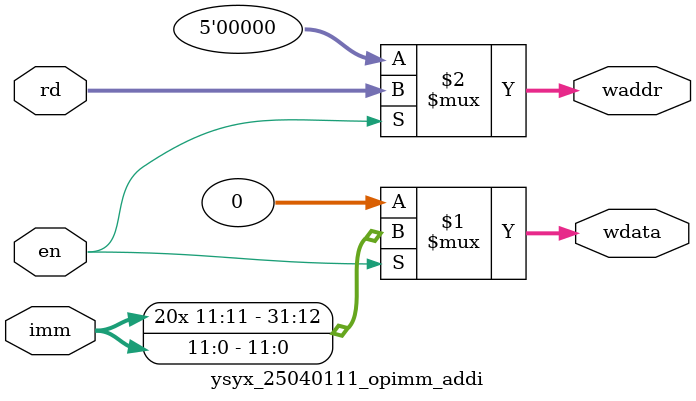
<source format=v>
module ysyx_25040111_opimm_addi(
    input en,
    input [11:0] imm,
    input [4:0] rd,
    output [31:0] wdata,
    output [4:0] waddr
);

    assign wdata = en ? {{20{imm[11]}}, imm} : 32'd0;
    assign waddr = en ? rd : 5'd0;

endmodule

</source>
